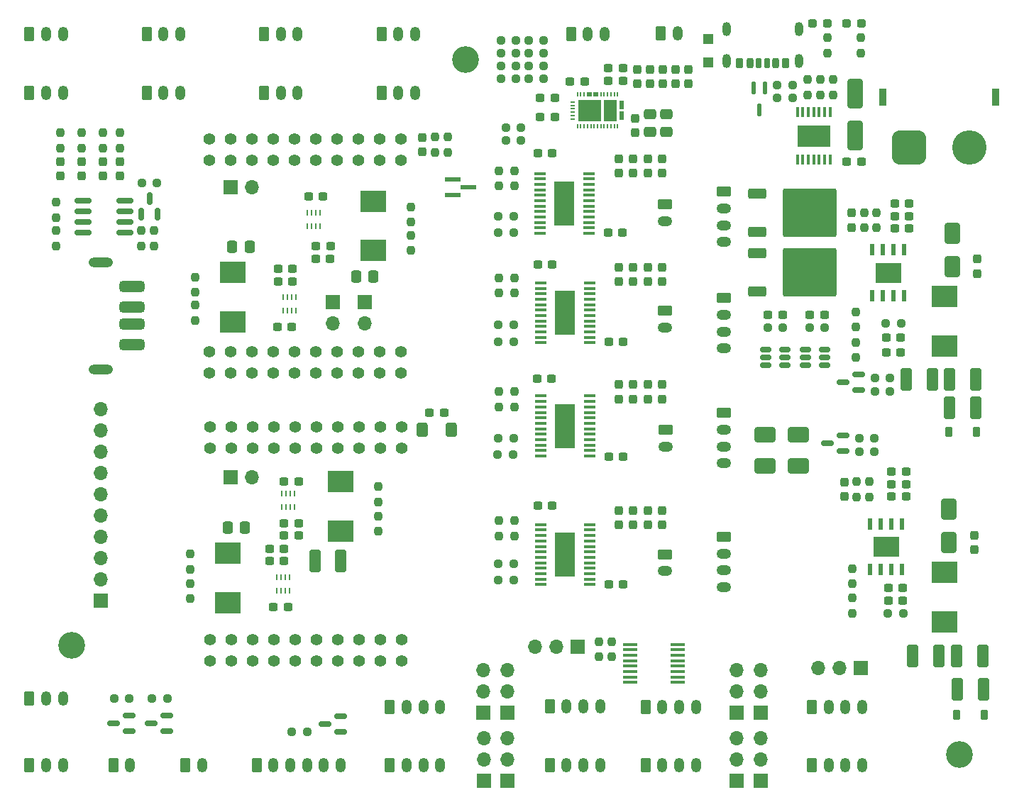
<source format=gts>
G04 #@! TF.GenerationSoftware,KiCad,Pcbnew,8.0.5*
G04 #@! TF.CreationDate,2024-10-28T15:03:54+01:00*
G04 #@! TF.ProjectId,Aurelia-robotics-PCB,41757265-6c69-4612-9d72-6f626f746963,rev?*
G04 #@! TF.SameCoordinates,Original*
G04 #@! TF.FileFunction,Soldermask,Top*
G04 #@! TF.FilePolarity,Negative*
%FSLAX46Y46*%
G04 Gerber Fmt 4.6, Leading zero omitted, Abs format (unit mm)*
G04 Created by KiCad (PCBNEW 8.0.5) date 2024-10-28 15:03:54*
%MOMM*%
%LPD*%
G01*
G04 APERTURE LIST*
G04 Aperture macros list*
%AMRoundRect*
0 Rectangle with rounded corners*
0 $1 Rounding radius*
0 $2 $3 $4 $5 $6 $7 $8 $9 X,Y pos of 4 corners*
0 Add a 4 corners polygon primitive as box body*
4,1,4,$2,$3,$4,$5,$6,$7,$8,$9,$2,$3,0*
0 Add four circle primitives for the rounded corners*
1,1,$1+$1,$2,$3*
1,1,$1+$1,$4,$5*
1,1,$1+$1,$6,$7*
1,1,$1+$1,$8,$9*
0 Add four rect primitives between the rounded corners*
20,1,$1+$1,$2,$3,$4,$5,0*
20,1,$1+$1,$4,$5,$6,$7,0*
20,1,$1+$1,$6,$7,$8,$9,0*
20,1,$1+$1,$8,$9,$2,$3,0*%
%AMFreePoly0*
4,1,5,0.279400,-0.901601,-0.279400,-0.901601,-0.279400,0.101600,0.279400,0.101600,0.279400,-0.901601,0.279400,-0.901601,$1*%
%AMFreePoly1*
4,1,5,0.279400,-0.101600,-0.279400,-0.101600,-0.279400,0.901601,0.279400,0.901601,0.279400,-0.101600,0.279400,-0.101600,$1*%
%AMFreePoly2*
4,1,5,0.279400,-0.101600,-0.279400,-0.101600,-0.279400,0.501599,0.279400,0.501599,0.279400,-0.101600,0.279400,-0.101600,$1*%
G04 Aperture macros list end*
%ADD10RoundRect,0.237500X0.237500X-0.250000X0.237500X0.250000X-0.237500X0.250000X-0.237500X-0.250000X0*%
%ADD11RoundRect,0.225000X-0.225000X-0.375000X0.225000X-0.375000X0.225000X0.375000X-0.225000X0.375000X0*%
%ADD12C,3.200000*%
%ADD13R,0.228600X0.711200*%
%ADD14RoundRect,0.237500X-0.237500X0.250000X-0.237500X-0.250000X0.237500X-0.250000X0.237500X0.250000X0*%
%ADD15RoundRect,0.237500X0.250000X0.237500X-0.250000X0.237500X-0.250000X-0.237500X0.250000X-0.237500X0*%
%ADD16RoundRect,0.237500X0.300000X0.237500X-0.300000X0.237500X-0.300000X-0.237500X0.300000X-0.237500X0*%
%ADD17RoundRect,0.237500X-0.250000X-0.237500X0.250000X-0.237500X0.250000X0.237500X-0.250000X0.237500X0*%
%ADD18RoundRect,0.237500X-0.300000X-0.237500X0.300000X-0.237500X0.300000X0.237500X-0.300000X0.237500X0*%
%ADD19RoundRect,0.237500X0.237500X-0.300000X0.237500X0.300000X-0.237500X0.300000X-0.237500X-0.300000X0*%
%ADD20C,1.400000*%
%ADD21RoundRect,0.237500X0.237500X-0.287500X0.237500X0.287500X-0.237500X0.287500X-0.237500X-0.287500X0*%
%ADD22RoundRect,0.250000X-0.350000X-0.625000X0.350000X-0.625000X0.350000X0.625000X-0.350000X0.625000X0*%
%ADD23O,1.200000X1.750000*%
%ADD24R,0.533400X1.460500*%
%ADD25R,3.099999X2.400000*%
%ADD26RoundRect,0.250000X-0.625000X0.350000X-0.625000X-0.350000X0.625000X-0.350000X0.625000X0.350000X0*%
%ADD27O,1.750000X1.200000*%
%ADD28RoundRect,0.250000X1.000000X0.650000X-1.000000X0.650000X-1.000000X-0.650000X1.000000X-0.650000X0*%
%ADD29RoundRect,0.250000X0.650000X-1.000000X0.650000X1.000000X-0.650000X1.000000X-0.650000X-1.000000X0*%
%ADD30R,1.700000X1.700000*%
%ADD31O,1.700000X1.700000*%
%ADD32RoundRect,0.237500X-0.237500X0.300000X-0.237500X-0.300000X0.237500X-0.300000X0.237500X0.300000X0*%
%ADD33RoundRect,0.150000X-0.512500X-0.150000X0.512500X-0.150000X0.512500X0.150000X-0.512500X0.150000X0*%
%ADD34RoundRect,0.150000X0.587500X0.150000X-0.587500X0.150000X-0.587500X-0.150000X0.587500X-0.150000X0*%
%ADD35RoundRect,0.175000X0.175000X0.425000X-0.175000X0.425000X-0.175000X-0.425000X0.175000X-0.425000X0*%
%ADD36RoundRect,0.200000X0.200000X0.400000X-0.200000X0.400000X-0.200000X-0.400000X0.200000X-0.400000X0*%
%ADD37RoundRect,0.225000X0.225000X0.375000X-0.225000X0.375000X-0.225000X-0.375000X0.225000X-0.375000X0*%
%ADD38O,1.000000X1.700000*%
%ADD39RoundRect,0.250000X-0.400000X-0.600000X0.400000X-0.600000X0.400000X0.600000X-0.400000X0.600000X0*%
%ADD40RoundRect,0.150000X0.150000X-0.587500X0.150000X0.587500X-0.150000X0.587500X-0.150000X-0.587500X0*%
%ADD41RoundRect,0.250000X0.337500X0.475000X-0.337500X0.475000X-0.337500X-0.475000X0.337500X-0.475000X0*%
%ADD42RoundRect,0.250000X-0.412500X-1.100000X0.412500X-1.100000X0.412500X1.100000X-0.412500X1.100000X0*%
%ADD43R,1.676400X0.355600*%
%ADD44RoundRect,0.250000X0.475000X-0.337500X0.475000X0.337500X-0.475000X0.337500X-0.475000X-0.337500X0*%
%ADD45R,3.050000X2.550000*%
%ADD46RoundRect,0.237500X-0.287500X-0.237500X0.287500X-0.237500X0.287500X0.237500X-0.287500X0.237500X0*%
%ADD47RoundRect,0.250000X-0.850000X-0.350000X0.850000X-0.350000X0.850000X0.350000X-0.850000X0.350000X0*%
%ADD48RoundRect,0.249997X-2.950003X-2.650003X2.950003X-2.650003X2.950003X2.650003X-2.950003X2.650003X0*%
%ADD49RoundRect,0.237500X0.287500X0.237500X-0.287500X0.237500X-0.287500X-0.237500X0.287500X-0.237500X0*%
%ADD50R,0.900000X2.000000*%
%ADD51RoundRect,1.025000X-1.025000X-1.025000X1.025000X-1.025000X1.025000X1.025000X-1.025000X1.025000X0*%
%ADD52C,4.100000*%
%ADD53R,1.873900X0.612132*%
%ADD54RoundRect,0.325000X-1.175000X0.325000X-1.175000X-0.325000X1.175000X-0.325000X1.175000X0.325000X0*%
%ADD55O,2.900000X1.200000*%
%ADD56RoundRect,0.250000X0.412500X1.100000X-0.412500X1.100000X-0.412500X-1.100000X0.412500X-1.100000X0*%
%ADD57RoundRect,0.150000X-0.825000X-0.150000X0.825000X-0.150000X0.825000X0.150000X-0.825000X0.150000X0*%
%ADD58R,1.200000X1.200000*%
%ADD59R,0.558800X0.203200*%
%ADD60R,0.203200X0.558800*%
%ADD61R,0.127000X0.127000*%
%ADD62FreePoly0,0.000000*%
%ADD63FreePoly1,0.000000*%
%ADD64FreePoly2,90.000000*%
%ADD65R,2.717800X2.641600*%
%ADD66R,1.524000X2.641600*%
%ADD67R,0.450000X1.310000*%
%ADD68R,4.000000X2.650000*%
%ADD69RoundRect,0.112500X0.112500X0.637500X-0.112500X0.637500X-0.112500X-0.637500X0.112500X-0.637500X0*%
%ADD70R,1.473200X0.355600*%
%ADD71R,2.413000X5.283200*%
%ADD72RoundRect,0.250000X0.650000X-1.500000X0.650000X1.500000X-0.650000X1.500000X-0.650000X-1.500000X0*%
%ADD73RoundRect,0.250000X-0.337500X-0.475000X0.337500X-0.475000X0.337500X0.475000X-0.337500X0.475000X0*%
G04 APERTURE END LIST*
D10*
X165862000Y-36218500D03*
X165862000Y-34393500D03*
D11*
X180595000Y-110236000D03*
X183895000Y-110236000D03*
D12*
X122000000Y-32000000D03*
D13*
X101777800Y-60401200D03*
X101277674Y-60401200D03*
X100777548Y-60401200D03*
X100277422Y-60401200D03*
X100277422Y-62001400D03*
X100777548Y-62001400D03*
X101277674Y-62001400D03*
X101777800Y-62001400D03*
D14*
X83312000Y-52427500D03*
X83312000Y-54252500D03*
D12*
X181000000Y-115000000D03*
D10*
X169188000Y-31265500D03*
X169188000Y-29440500D03*
D15*
X127754500Y-52700000D03*
X125929500Y-52700000D03*
D16*
X132362500Y-43200000D03*
X130637500Y-43200000D03*
D17*
X126849500Y-41656000D03*
X128674500Y-41656000D03*
D18*
X172852500Y-82700000D03*
X174577500Y-82700000D03*
D14*
X126000000Y-71687500D03*
X126000000Y-73512500D03*
D18*
X103317626Y-48331000D03*
X105042626Y-48331000D03*
D19*
X168077500Y-52062500D03*
X168077500Y-50337500D03*
X143750000Y-58562500D03*
X143750000Y-56837500D03*
D17*
X172440000Y-98114000D03*
X174265000Y-98114000D03*
D20*
X114430000Y-75923600D03*
X114430000Y-78463600D03*
X111890000Y-75923600D03*
X111890000Y-78463600D03*
X109350000Y-75923600D03*
X109350000Y-78463600D03*
X106810000Y-75923600D03*
X106810000Y-78463600D03*
X104270000Y-75923600D03*
X104270000Y-78463600D03*
X101730000Y-75923600D03*
X101730000Y-78463600D03*
X99190000Y-75923600D03*
X99190000Y-78463600D03*
X96650000Y-75923600D03*
X96650000Y-78463600D03*
X94110000Y-75923600D03*
X94110000Y-78463600D03*
X91570000Y-75923600D03*
X91570000Y-78463600D03*
X114430000Y-101323600D03*
X114430000Y-103863600D03*
X111890000Y-101323600D03*
X111890000Y-103863600D03*
X109350000Y-101323600D03*
X109350000Y-103863600D03*
X106810000Y-101323600D03*
X106810000Y-103863600D03*
X104270000Y-101323600D03*
X104270000Y-103863600D03*
X101730000Y-101323600D03*
X101730000Y-103863600D03*
X99190000Y-101323600D03*
X99190000Y-103863600D03*
X96650000Y-101323600D03*
X96650000Y-103863600D03*
X94110000Y-101323600D03*
X94110000Y-103863600D03*
X91570000Y-101323600D03*
X91570000Y-103863600D03*
D17*
X126247500Y-32766000D03*
X128072500Y-32766000D03*
D21*
X78740000Y-45946000D03*
X78740000Y-44196000D03*
D22*
X132080000Y-109240000D03*
D23*
X134080000Y-109240000D03*
X136080000Y-109240000D03*
X138080000Y-109240000D03*
D24*
X174387500Y-54751700D03*
X173117500Y-54751700D03*
X171847500Y-54751700D03*
X170577500Y-54751700D03*
X170577500Y-60200000D03*
X171847500Y-60200000D03*
X173117500Y-60200000D03*
X174387500Y-60200000D03*
D25*
X172482500Y-57475850D03*
D18*
X167539500Y-44196000D03*
X169264500Y-44196000D03*
D26*
X145838000Y-49308000D03*
D27*
X145838000Y-51308000D03*
D18*
X172490000Y-95066000D03*
X174215000Y-95066000D03*
D13*
X100107622Y-85476200D03*
X100607748Y-85476200D03*
X101107874Y-85476200D03*
X101608000Y-85476200D03*
X101608000Y-83876000D03*
X101107874Y-83876000D03*
X100607748Y-83876000D03*
X100107622Y-83876000D03*
D28*
X161766000Y-80518000D03*
X157766000Y-80518000D03*
D15*
X127754500Y-65700000D03*
X125929500Y-65700000D03*
D29*
X179715000Y-89700000D03*
X179715000Y-85700000D03*
D14*
X139446000Y-101525000D03*
X139446000Y-103350000D03*
D30*
X93975000Y-81879600D03*
D31*
X96515000Y-81879600D03*
D10*
X137922000Y-103350000D03*
X137922000Y-101525000D03*
D19*
X145500000Y-45562500D03*
X145500000Y-43837500D03*
D14*
X126000000Y-58087503D03*
X126000000Y-59912503D03*
D32*
X140342000Y-85837500D03*
X140342000Y-87562500D03*
D19*
X142240000Y-40740500D03*
X142240000Y-39015500D03*
D22*
X80010000Y-116290000D03*
D23*
X82010000Y-116290000D03*
D22*
X113015000Y-116290000D03*
D23*
X115015000Y-116290000D03*
X117015000Y-116290000D03*
X119015000Y-116290000D03*
D22*
X97125000Y-116290000D03*
D23*
X99125000Y-116290000D03*
X101125000Y-116290000D03*
X103125000Y-116290000D03*
X105125000Y-116290000D03*
X107125000Y-116290000D03*
D19*
X142494000Y-34898500D03*
X142494000Y-33173500D03*
D33*
X162571000Y-66614000D03*
X162571000Y-67564000D03*
X162571000Y-68514000D03*
X164846000Y-68514000D03*
X164846000Y-67564000D03*
X164846000Y-66614000D03*
D14*
X119888000Y-41251500D03*
X119888000Y-43076500D03*
D10*
X127842000Y-47112500D03*
X127842000Y-45287500D03*
D33*
X157866500Y-66614000D03*
X157866500Y-67564000D03*
X157866500Y-68514000D03*
X160141500Y-68514000D03*
X160141500Y-67564000D03*
X160141500Y-66614000D03*
D34*
X86415000Y-112240000D03*
X86415000Y-110340000D03*
X84540000Y-111290000D03*
D19*
X145500000Y-58562500D03*
X145500000Y-56837500D03*
D16*
X100392174Y-90404600D03*
X98667174Y-90404600D03*
D15*
X127754500Y-63700000D03*
X125929500Y-63700000D03*
D22*
X70000000Y-116290000D03*
D23*
X72000000Y-116290000D03*
X74000000Y-116290000D03*
D22*
X143510000Y-109290000D03*
D23*
X145510000Y-109290000D03*
X147510000Y-109290000D03*
X149510000Y-109290000D03*
D35*
X158000000Y-32462500D03*
D36*
X155980000Y-32462500D03*
D37*
X154750000Y-32462500D03*
D35*
X157000000Y-32462500D03*
D36*
X159020000Y-32462500D03*
D37*
X160250000Y-32462500D03*
D38*
X161820000Y-32182500D03*
X161820000Y-28382500D03*
X153180000Y-32182500D03*
X153180000Y-28382500D03*
D18*
X100381900Y-82397600D03*
X102106900Y-82397600D03*
D14*
X78740000Y-40743500D03*
X78740000Y-42568500D03*
D39*
X116868000Y-76200000D03*
X120368000Y-76200000D03*
D40*
X83378000Y-50467500D03*
X85278000Y-50467500D03*
X84328000Y-48592500D03*
D41*
X95728700Y-87904600D03*
X93653700Y-87904600D03*
D22*
X84000000Y-29000000D03*
D23*
X86000000Y-29000000D03*
X88000000Y-29000000D03*
D10*
X168215000Y-98112500D03*
X168215000Y-96287500D03*
D14*
X115542626Y-49606000D03*
X115542626Y-51431000D03*
D41*
X96287500Y-54364000D03*
X94212500Y-54364000D03*
D14*
X76200000Y-40743500D03*
X76200000Y-42568500D03*
D42*
X104045500Y-91926000D03*
X107170500Y-91926000D03*
D14*
X73202800Y-52427500D03*
X73202800Y-54252500D03*
D19*
X143750000Y-87562500D03*
X143750000Y-85837500D03*
D30*
X93975000Y-47244000D03*
D31*
X96515000Y-47244000D03*
D18*
X172215000Y-65250000D03*
X173940000Y-65250000D03*
D43*
X141706600Y-101837001D03*
X141706600Y-102486999D03*
X141706600Y-103137001D03*
X141706600Y-103786999D03*
X141706600Y-104436998D03*
X141706600Y-105086999D03*
X141706600Y-105736998D03*
X141706600Y-106386999D03*
X147345400Y-106386999D03*
X147345400Y-105737001D03*
X147345400Y-105086999D03*
X147345400Y-104437001D03*
X147345400Y-103787002D03*
X147345400Y-103137001D03*
X147345400Y-102487002D03*
X147345400Y-101837001D03*
D15*
X127754500Y-92200000D03*
X125929500Y-92200000D03*
D22*
X112000000Y-29000000D03*
D23*
X114000000Y-29000000D03*
X116000000Y-29000000D03*
D16*
X101404463Y-57014200D03*
X99679463Y-57014200D03*
D44*
X146012000Y-40661500D03*
X146012000Y-38586500D03*
D16*
X100836900Y-97383600D03*
X99111900Y-97383600D03*
D18*
X172215000Y-67000000D03*
X173940000Y-67000000D03*
X163111000Y-62484000D03*
X164836000Y-62484000D03*
D45*
X94291774Y-63364000D03*
X94291774Y-57464000D03*
D26*
X145838000Y-62000000D03*
D27*
X145838000Y-64000000D03*
D15*
X127754500Y-50700000D03*
X125929500Y-50700000D03*
D29*
X180077500Y-56750000D03*
X180077500Y-52750000D03*
D42*
X180676500Y-107200000D03*
X183801500Y-107200000D03*
D22*
X70000000Y-108290000D03*
D23*
X72000000Y-108290000D03*
X74000000Y-108290000D03*
D22*
X98000000Y-36000000D03*
D23*
X100000000Y-36000000D03*
X102000000Y-36000000D03*
D22*
X132080000Y-116240000D03*
D23*
X134080000Y-116240000D03*
X136080000Y-116240000D03*
X138080000Y-116240000D03*
D15*
X81922500Y-108290000D03*
X80097500Y-108290000D03*
D17*
X129549500Y-29718000D03*
X131374500Y-29718000D03*
D30*
X124206000Y-118120000D03*
D31*
X124206000Y-115580000D03*
X124206000Y-113040000D03*
D19*
X145500000Y-72562500D03*
X145500000Y-70837500D03*
D13*
X103179748Y-51931200D03*
X103679874Y-51931200D03*
X104180000Y-51931200D03*
X104680126Y-51931200D03*
X104680126Y-50331000D03*
X104180000Y-50331000D03*
X103679874Y-50331000D03*
X103179748Y-50331000D03*
D30*
X78500000Y-96660000D03*
D31*
X78500000Y-94120000D03*
X78500000Y-91580000D03*
X78500000Y-89040000D03*
X78500000Y-86500000D03*
X78500000Y-83960000D03*
X78500000Y-81420000D03*
X78500000Y-78880000D03*
X78500000Y-76340000D03*
X78500000Y-73800000D03*
D26*
X145838000Y-91100000D03*
D27*
X145838000Y-93100000D03*
D16*
X101291774Y-63914000D03*
X99566774Y-63914000D03*
D19*
X148590000Y-34898500D03*
X148590000Y-33173500D03*
D46*
X163463000Y-27686000D03*
X165213000Y-27686000D03*
D21*
X80772000Y-45946000D03*
X80772000Y-44196000D03*
D47*
X156836000Y-48014500D03*
D48*
X163136000Y-50294500D03*
D47*
X156836000Y-52574500D03*
D49*
X169275600Y-27686000D03*
X167525600Y-27686000D03*
D50*
X171792000Y-36500000D03*
X185292000Y-36500000D03*
D51*
X174942000Y-42500000D03*
D52*
X182142000Y-42500000D03*
D14*
X111608000Y-86513500D03*
X111608000Y-88338500D03*
D10*
X84836000Y-54252500D03*
X84836000Y-52427500D03*
X165227000Y-31265500D03*
X165227000Y-29440500D03*
D14*
X170215000Y-82412500D03*
X170215000Y-84237500D03*
D10*
X169577500Y-52112500D03*
X169577500Y-50287500D03*
D14*
X115542626Y-53018500D03*
X115542626Y-54843500D03*
D13*
X101030052Y-93804400D03*
X100529926Y-93804400D03*
X100029800Y-93804400D03*
X99529674Y-93804400D03*
X99529674Y-95404600D03*
X100029800Y-95404600D03*
X100529926Y-95404600D03*
X101030052Y-95404600D03*
D17*
X129549500Y-34290000D03*
X131374500Y-34290000D03*
D20*
X114360000Y-41530000D03*
X114360000Y-44070000D03*
X111820000Y-41530000D03*
X111820000Y-44070000D03*
X109280000Y-41530000D03*
X109280000Y-44070000D03*
X106740000Y-41530000D03*
X106740000Y-44070000D03*
X104200000Y-41530000D03*
X104200000Y-44070000D03*
X101660000Y-41530000D03*
X101660000Y-44070000D03*
X99120000Y-41530000D03*
X99120000Y-44070000D03*
X96580000Y-41530000D03*
X96580000Y-44070000D03*
X94040000Y-41530000D03*
X94040000Y-44070000D03*
X91500000Y-41530000D03*
X91500000Y-44070000D03*
X114360000Y-66930000D03*
X114360000Y-69470000D03*
X111820000Y-66930000D03*
X111820000Y-69470000D03*
X109280000Y-66930000D03*
X109280000Y-69470000D03*
X106740000Y-66930000D03*
X106740000Y-69470000D03*
X104200000Y-66930000D03*
X104200000Y-69470000D03*
X101660000Y-66930000D03*
X101660000Y-69470000D03*
X99120000Y-66930000D03*
X99120000Y-69470000D03*
X96580000Y-66930000D03*
X96580000Y-69470000D03*
X94040000Y-66930000D03*
X94040000Y-69470000D03*
X91500000Y-66930000D03*
X91500000Y-69470000D03*
D17*
X126247500Y-31242000D03*
X128072500Y-31242000D03*
D19*
X116840000Y-43026500D03*
X116840000Y-41301500D03*
D18*
X139137500Y-65700000D03*
X140862500Y-65700000D03*
D22*
X163370000Y-109290000D03*
D23*
X165370000Y-109290000D03*
X167370000Y-109290000D03*
X169370000Y-109290000D03*
D14*
X164338000Y-34393500D03*
X164338000Y-36218500D03*
D32*
X142000000Y-56837500D03*
X142000000Y-58562500D03*
D22*
X84000000Y-36000000D03*
D23*
X86000000Y-36000000D03*
X88000000Y-36000000D03*
D11*
X179706000Y-76454000D03*
X183006000Y-76454000D03*
D10*
X118364000Y-43076500D03*
X118364000Y-41251500D03*
D42*
X180652500Y-103200000D03*
X183777500Y-103200000D03*
D15*
X127754500Y-77200000D03*
X125929500Y-77200000D03*
D14*
X126000000Y-87087500D03*
X126000000Y-88912500D03*
D30*
X154381200Y-118110000D03*
D31*
X154381200Y-115570000D03*
X154381200Y-113030000D03*
D18*
X139037500Y-52700000D03*
X140762500Y-52700000D03*
D53*
X120527445Y-46293999D03*
X120527445Y-48194001D03*
X122398155Y-47244000D03*
D54*
X82200000Y-59100000D03*
X82200000Y-61600000D03*
X82200000Y-63600000D03*
X82200000Y-66100000D03*
D55*
X78500000Y-56200000D03*
X78500000Y-69000000D03*
D17*
X170873000Y-71628000D03*
X172698000Y-71628000D03*
D32*
X140342000Y-70837500D03*
X140342000Y-72562500D03*
D17*
X172165000Y-63500000D03*
X173990000Y-63500000D03*
D15*
X161059500Y-35052000D03*
X159234500Y-35052000D03*
D26*
X152838000Y-47808000D03*
D27*
X152838000Y-49808000D03*
X152838000Y-51808000D03*
X152838000Y-53808000D03*
D19*
X145542000Y-34898500D03*
X145542000Y-33173500D03*
D18*
X173215000Y-49200000D03*
X174940000Y-49200000D03*
D30*
X169199800Y-104648000D03*
D31*
X166659800Y-104648000D03*
X164119800Y-104648000D03*
D10*
X168215000Y-94612500D03*
X168215000Y-92787500D03*
D19*
X147066000Y-34898500D03*
X147066000Y-33173500D03*
X182715000Y-90562500D03*
X182715000Y-88837500D03*
D18*
X172852500Y-81200000D03*
X174577500Y-81200000D03*
D44*
X144018000Y-40661500D03*
X144018000Y-38586500D03*
D19*
X143750000Y-72562500D03*
X143750000Y-70837500D03*
D17*
X126849500Y-40132000D03*
X128674500Y-40132000D03*
D19*
X183077500Y-57562500D03*
X183077500Y-55837500D03*
D17*
X126247500Y-29718000D03*
X128072500Y-29718000D03*
D14*
X171077500Y-50287500D03*
X171077500Y-52112500D03*
D10*
X89791774Y-63151500D03*
X89791774Y-61326500D03*
X89167174Y-92904600D03*
X89167174Y-91079600D03*
D30*
X127006400Y-118110000D03*
D31*
X127006400Y-115570000D03*
X127006400Y-113030000D03*
D45*
X93667174Y-96854600D03*
X93667174Y-90954600D03*
D22*
X112000000Y-36000000D03*
D23*
X114000000Y-36000000D03*
X116000000Y-36000000D03*
D56*
X177757000Y-70200000D03*
X174632000Y-70200000D03*
D57*
X76403200Y-48895000D03*
X76403200Y-50165000D03*
X76403200Y-51435000D03*
X76403200Y-52705000D03*
X81353200Y-52705000D03*
X81353200Y-51435000D03*
X81353200Y-50165000D03*
X81353200Y-48895000D03*
D16*
X101404463Y-58514200D03*
X99679463Y-58514200D03*
D30*
X154381200Y-109992000D03*
D31*
X154381200Y-107452000D03*
X154381200Y-104912000D03*
D30*
X124187000Y-109982000D03*
D31*
X124187000Y-107442000D03*
X124187000Y-104902000D03*
D22*
X145320000Y-28914000D03*
D23*
X147320000Y-28914000D03*
D42*
X179793500Y-70200000D03*
X182918500Y-70200000D03*
D45*
X111042626Y-48931000D03*
X111042626Y-54831000D03*
D30*
X135392000Y-102108000D03*
D31*
X132852000Y-102108000D03*
X130312000Y-102108000D03*
D18*
X130963500Y-36576000D03*
X132688500Y-36576000D03*
D22*
X163370000Y-116290000D03*
D23*
X165370000Y-116290000D03*
X167370000Y-116290000D03*
X169370000Y-116290000D03*
D18*
X173215000Y-52200000D03*
X174940000Y-52200000D03*
D58*
X151000000Y-32400000D03*
X151000000Y-29600000D03*
D17*
X83415500Y-46736000D03*
X85240500Y-46736000D03*
D22*
X143510000Y-116290000D03*
D23*
X145510000Y-116290000D03*
X147510000Y-116290000D03*
X149510000Y-116290000D03*
D28*
X161766000Y-76835000D03*
X157766000Y-76835000D03*
D21*
X76200000Y-45946000D03*
X76200000Y-44196000D03*
D45*
X179215000Y-93250000D03*
X179215000Y-99150000D03*
D59*
X134851001Y-37099999D03*
X134851001Y-37500001D03*
X134851001Y-37900000D03*
X134851001Y-38300000D03*
X134851001Y-38699999D03*
X134851001Y-39100001D03*
D60*
X135376001Y-40025000D03*
X135776000Y-40025000D03*
X136176002Y-40025000D03*
X136576001Y-40025000D03*
X136976000Y-40025000D03*
X137376002Y-40025000D03*
X137776001Y-40025000D03*
X138176000Y-40025000D03*
X138576002Y-40025000D03*
X138976001Y-40025000D03*
X139376000Y-40025000D03*
X139776000Y-40025000D03*
X140176001Y-40025000D03*
D61*
X140701001Y-39100001D03*
X140701001Y-38699999D03*
D62*
X140701001Y-38300000D03*
D63*
X140701001Y-37900000D03*
D61*
X140701001Y-37500001D03*
X140701001Y-37099999D03*
D60*
X140176001Y-36175000D03*
X139776002Y-36175000D03*
X139376000Y-36175000D03*
X138976001Y-36175000D03*
X138576002Y-36175000D03*
X138176000Y-36175000D03*
D64*
X137776001Y-36175000D03*
D60*
X137376002Y-36175000D03*
D64*
X136976000Y-36175000D03*
D61*
X136576001Y-36175000D03*
D60*
X136176002Y-36175000D03*
X135776002Y-36175000D03*
X135376001Y-36175000D03*
D65*
X136811001Y-38100000D03*
D66*
X139336069Y-38100000D03*
D14*
X162814000Y-34393500D03*
X162814000Y-36218500D03*
X80772000Y-40743500D03*
X80772000Y-42568500D03*
D16*
X136244500Y-34671000D03*
X134519500Y-34671000D03*
D10*
X127842000Y-59912503D03*
X127842000Y-58087503D03*
D19*
X145500000Y-87562500D03*
X145500000Y-85837500D03*
D14*
X111608000Y-83013500D03*
X111608000Y-84838500D03*
D15*
X127754500Y-94200000D03*
X125929500Y-94200000D03*
X127704500Y-79200000D03*
X125879500Y-79200000D03*
D22*
X113015000Y-109290000D03*
D23*
X115015000Y-109290000D03*
X117015000Y-109290000D03*
X119015000Y-109290000D03*
D18*
X104177626Y-55831000D03*
X105902626Y-55831000D03*
D32*
X142000000Y-70837500D03*
X142000000Y-72562500D03*
D17*
X129549500Y-32766000D03*
X131374500Y-32766000D03*
D22*
X70000000Y-29000000D03*
D23*
X72000000Y-29000000D03*
X74000000Y-29000000D03*
D18*
X139091500Y-34544000D03*
X140816500Y-34544000D03*
X139091500Y-33020000D03*
X140816500Y-33020000D03*
D16*
X132362500Y-85275002D03*
X130637500Y-85275002D03*
D26*
X145888000Y-76216000D03*
D27*
X145888000Y-78216000D03*
D19*
X167215000Y-84187500D03*
X167215000Y-82462500D03*
D47*
X156836000Y-55126500D03*
D48*
X163136000Y-57406500D03*
D47*
X156836000Y-59686500D03*
D22*
X98000000Y-29000000D03*
D23*
X100000000Y-29000000D03*
X102000000Y-29000000D03*
D17*
X163061000Y-64008000D03*
X164886000Y-64008000D03*
D18*
X158141500Y-62484000D03*
X159866500Y-62484000D03*
D12*
X75000000Y-102000000D03*
D24*
X174120000Y-87475850D03*
X172850000Y-87475850D03*
X171580000Y-87475850D03*
X170310000Y-87475850D03*
X170310000Y-92924150D03*
X171580000Y-92924150D03*
X172850000Y-92924150D03*
X174120000Y-92924150D03*
D25*
X172215000Y-90200000D03*
D17*
X159234500Y-36576000D03*
X161059500Y-36576000D03*
D22*
X88615000Y-116290000D03*
D23*
X90615000Y-116290000D03*
D10*
X168577500Y-67625000D03*
X168577500Y-65800000D03*
D15*
X103122100Y-112318800D03*
X101297100Y-112318800D03*
D16*
X100392174Y-91904600D03*
X98667174Y-91904600D03*
D30*
X127000000Y-109982000D03*
D31*
X127000000Y-107442000D03*
X127000000Y-104902000D03*
D18*
X104180126Y-54331000D03*
X105905126Y-54331000D03*
D10*
X127842000Y-88912500D03*
X127842000Y-87087500D03*
D14*
X126000000Y-45287500D03*
X126000000Y-47112500D03*
D26*
X152838000Y-74216000D03*
D27*
X152838000Y-76216000D03*
X152838000Y-78216000D03*
X152838000Y-80216000D03*
D18*
X173215000Y-50700000D03*
X174940000Y-50700000D03*
D15*
X172698000Y-70038000D03*
X170873000Y-70038000D03*
D67*
X165526000Y-38298000D03*
X164876000Y-38298000D03*
X164226000Y-38298000D03*
X163576000Y-38303000D03*
X162926000Y-38298000D03*
X162276000Y-38298000D03*
X161626000Y-38298000D03*
X161626000Y-43998000D03*
X162276000Y-43998000D03*
X162926000Y-43998000D03*
X163576000Y-43998000D03*
X164226000Y-43998000D03*
X164876000Y-43998000D03*
X165526000Y-43998000D03*
D68*
X163576000Y-41148000D03*
D10*
X127842000Y-73512500D03*
X127842000Y-71687500D03*
D15*
X170838500Y-77216000D03*
X169013500Y-77216000D03*
D17*
X158091500Y-64008000D03*
X159916500Y-64008000D03*
D26*
X152838000Y-89000000D03*
D27*
X152838000Y-91000000D03*
X152838000Y-93000000D03*
X152838000Y-95000000D03*
D18*
X172852500Y-84200000D03*
X174577500Y-84200000D03*
D69*
X157749000Y-35373000D03*
X156449000Y-35373000D03*
X157099000Y-38033000D03*
D10*
X89791774Y-59826500D03*
X89791774Y-58001500D03*
D34*
X167053500Y-78787601D03*
X167053500Y-76887601D03*
X165178500Y-77837601D03*
X81885000Y-112240000D03*
X81885000Y-110340000D03*
X80010000Y-111290000D03*
D18*
X100383000Y-88876000D03*
X102108000Y-88876000D03*
D10*
X168577500Y-63975000D03*
X168577500Y-62150000D03*
D70*
X131000000Y-87549999D03*
X131000000Y-88199998D03*
X131000000Y-88849996D03*
X131000000Y-89499997D03*
X131000000Y-90149996D03*
X131000000Y-90799997D03*
X131000000Y-91449996D03*
X131000000Y-92099997D03*
X131000000Y-92749996D03*
X131000000Y-93399997D03*
X131000000Y-94049996D03*
X131000000Y-94699997D03*
X136842000Y-94699997D03*
X136842000Y-94049998D03*
X136842000Y-93399997D03*
X136842000Y-92749999D03*
X136842000Y-92099997D03*
X136842000Y-91449999D03*
X136842000Y-90800000D03*
X136842000Y-90149999D03*
X136842000Y-89500000D03*
X136842000Y-88849999D03*
X136842000Y-88200000D03*
X136842000Y-87549999D03*
D71*
X133921000Y-91124998D03*
D22*
X134620000Y-28956000D03*
D23*
X136620000Y-28956000D03*
X138620000Y-28956000D03*
D22*
X70000000Y-36000000D03*
D23*
X72000000Y-36000000D03*
X74000000Y-36000000D03*
D17*
X126247500Y-34290000D03*
X128072500Y-34290000D03*
D30*
X106172000Y-60955000D03*
D31*
X106172000Y-63495000D03*
D19*
X144018000Y-34898500D03*
X144018000Y-33173500D03*
D16*
X132688500Y-38862000D03*
X130963500Y-38862000D03*
D21*
X73660000Y-45946000D03*
X73660000Y-44196000D03*
D18*
X100383000Y-87376000D03*
X102108000Y-87376000D03*
D56*
X178467500Y-103200000D03*
X175342500Y-103200000D03*
D45*
X107108000Y-82426000D03*
X107108000Y-88326000D03*
D32*
X142000000Y-43837500D03*
X142000000Y-45562500D03*
D34*
X107125000Y-112290000D03*
X107125000Y-110390000D03*
X105250000Y-111340000D03*
D14*
X73660000Y-40743500D03*
X73660000Y-42568500D03*
D16*
X132307500Y-70104000D03*
X130582500Y-70104000D03*
D10*
X168715000Y-84237500D03*
X168715000Y-82412500D03*
D15*
X86452500Y-108290000D03*
X84627500Y-108290000D03*
D72*
X168528000Y-41108000D03*
X168528000Y-36108000D03*
D18*
X139137500Y-94700000D03*
X140862500Y-94700000D03*
D32*
X140342000Y-43837500D03*
X140342000Y-45562500D03*
D30*
X157226000Y-109982000D03*
D31*
X157226000Y-107442000D03*
X157226000Y-104902000D03*
D42*
X179793500Y-73584000D03*
X182918500Y-73584000D03*
D30*
X109982000Y-60955000D03*
D31*
X109982000Y-63495000D03*
D18*
X117755500Y-74168000D03*
X119480500Y-74168000D03*
D73*
X108973800Y-57912000D03*
X111048800Y-57912000D03*
D26*
X152838000Y-60500000D03*
D27*
X152838000Y-62500000D03*
X152838000Y-64500000D03*
X152838000Y-66500000D03*
D70*
X131000000Y-58700003D03*
X131000000Y-59350002D03*
X131000000Y-60000000D03*
X131000000Y-60650001D03*
X131000000Y-61300000D03*
X131000000Y-61950001D03*
X131000000Y-62600000D03*
X131000000Y-63250001D03*
X131000000Y-63900000D03*
X131000000Y-64550001D03*
X131000000Y-65200000D03*
X131000000Y-65850001D03*
X136842000Y-65850001D03*
X136842000Y-65200002D03*
X136842000Y-64550001D03*
X136842000Y-63900003D03*
X136842000Y-63250001D03*
X136842000Y-62600003D03*
X136842000Y-61950004D03*
X136842000Y-61300003D03*
X136842000Y-60650004D03*
X136842000Y-60000003D03*
X136842000Y-59350004D03*
X136842000Y-58700003D03*
D71*
X133921000Y-62275002D03*
D19*
X143750000Y-45562500D03*
X143750000Y-43837500D03*
D70*
X130921000Y-45625001D03*
X130921000Y-46275000D03*
X130921000Y-46924998D03*
X130921000Y-47574999D03*
X130921000Y-48224998D03*
X130921000Y-48874999D03*
X130921000Y-49524998D03*
X130921000Y-50174999D03*
X130921000Y-50824998D03*
X130921000Y-51474999D03*
X130921000Y-52124998D03*
X130921000Y-52774999D03*
X136763000Y-52774999D03*
X136763000Y-52125000D03*
X136763000Y-51474999D03*
X136763000Y-50825001D03*
X136763000Y-50174999D03*
X136763000Y-49525001D03*
X136763000Y-48875002D03*
X136763000Y-48225001D03*
X136763000Y-47575002D03*
X136763000Y-46925001D03*
X136763000Y-46275002D03*
X136763000Y-45625001D03*
D71*
X133842000Y-49200000D03*
D70*
X131000000Y-72200000D03*
X131000000Y-72849999D03*
X131000000Y-73499997D03*
X131000000Y-74149998D03*
X131000000Y-74799997D03*
X131000000Y-75449998D03*
X131000000Y-76099997D03*
X131000000Y-76749998D03*
X131000000Y-77399997D03*
X131000000Y-78049998D03*
X131000000Y-78699997D03*
X131000000Y-79349998D03*
X136842000Y-79349998D03*
X136842000Y-78699999D03*
X136842000Y-78049998D03*
X136842000Y-77400000D03*
X136842000Y-76749998D03*
X136842000Y-76100000D03*
X136842000Y-75450001D03*
X136842000Y-74800000D03*
X136842000Y-74150001D03*
X136842000Y-73500000D03*
X136842000Y-72850001D03*
X136842000Y-72200000D03*
D71*
X133921000Y-75774999D03*
D10*
X89167174Y-96404600D03*
X89167174Y-94579600D03*
D30*
X157226000Y-118110000D03*
D31*
X157226000Y-115570000D03*
X157226000Y-113030000D03*
D32*
X140342000Y-56837500D03*
X140342000Y-58562500D03*
D16*
X132362500Y-56500000D03*
X130637500Y-56500000D03*
D34*
X168913000Y-71496000D03*
X168913000Y-69596000D03*
X167038000Y-70546000D03*
D45*
X179215000Y-60300000D03*
X179215000Y-66200000D03*
D16*
X174205000Y-96590000D03*
X172480000Y-96590000D03*
D32*
X142000000Y-85837500D03*
X142000000Y-87562500D03*
D17*
X169013500Y-78867000D03*
X170838500Y-78867000D03*
D14*
X73202800Y-49074700D03*
X73202800Y-50899700D03*
D18*
X139137500Y-79400000D03*
X140862500Y-79400000D03*
D17*
X129549500Y-31242000D03*
X131374500Y-31242000D03*
M02*

</source>
